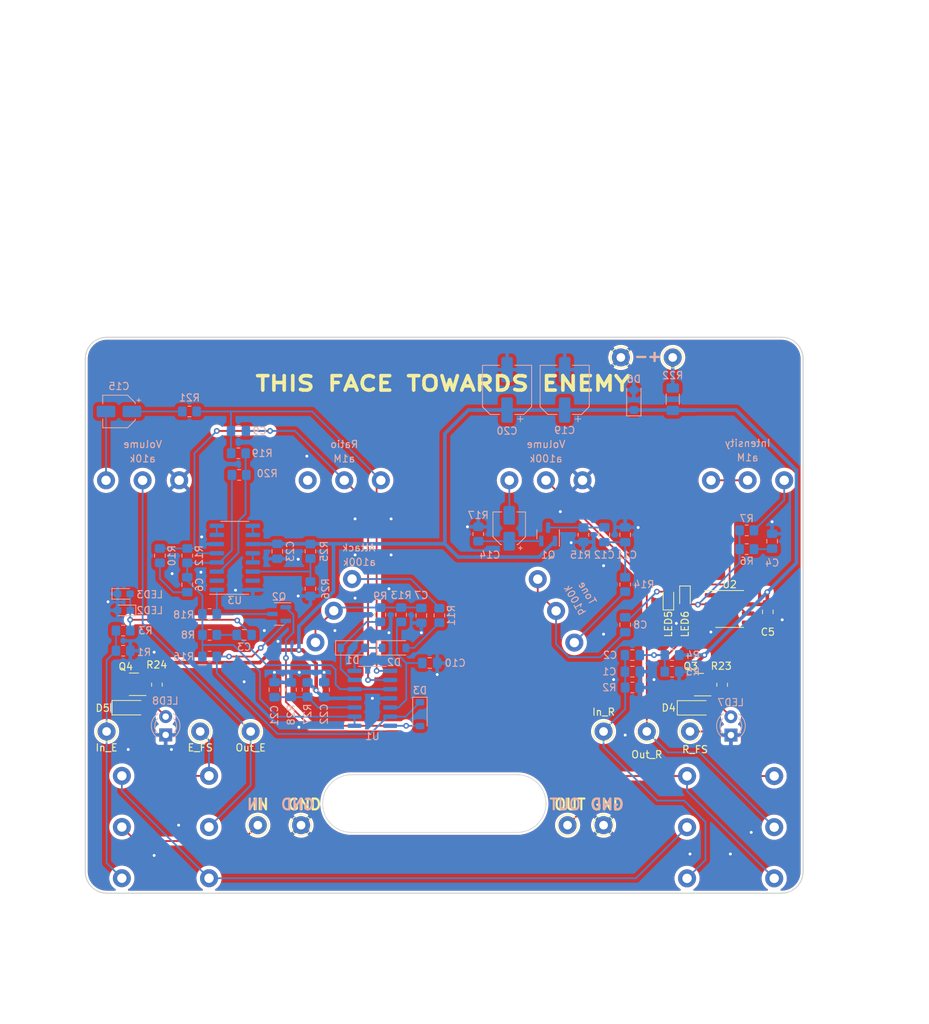
<source format=kicad_pcb>
(kicad_pcb (version 20221018) (generator pcbnew)
  (layers (0 "F.Cu" signal) (31 "B.Cu" signal) (34 "B.Paste" user) (35 "F.Paste" user) (36 "B.SilkS" user "B.Silkscreen") (37 "F.SilkS" user "F.Silkscreen") (38 "B.Mask" user) (39 "F.Mask" user) (44 "Edge.Cuts" user))
  (net 0 "")
  (net 1 "IN_red_pcb")
  (net 2 "GND")
  (net 3 "Net-(C7-Pad1)")
  (net 4 "Net-(C8-Pad1)")
  (net 5 "Net-(LED5-A)")
  (net 6 "Net-(U2-+)")
  (net 7 "Net-(U1C--)")
  (net 8 "Net-(C15-Pad2)")
  (net 9 "FS_red")
  (net 10 "FS_engi")
  (net 11 "IN_engi_pcb")
  (net 12 "Net-(R11-Pad2)")
  (net 13 "Net-(R14-Pad1)")
  (net 14 "OUT_red_pcb")
  (net 15 "OUT_engi_pcb")
  (net 16 "IN_red")
  (net 17 "OUT_red")
  (net 18 "IN_engi")
  (net 19 "Net-(C14-Pad2)")
  (net 20 "Net-(U1B-+)")
  (net 21 "Net-(C4-Pad1)")
  (net 22 "+9V")
  (net 23 "Net-(C6-Pad1)")
  (net 24 "+5V")
  (net 25 "Net-(U1D-+)")
  (net 26 "Net-(C11-Pad1)")
  (net 27 "Net-(Q1-G)")
  (net 28 "Net-(Q1-S)")
  (net 29 "Net-(C15-Pad1)")
  (net 30 "Net-(U1A-+)")
  (net 31 "Net-(D1-K)")
  (net 32 "Net-(D1-A)")
  (net 33 "Net-(D2-A)")
  (net 34 "Net-(D3-K)")
  (net 35 "Net-(D3-A)")
  (net 36 "Net-(LED5-K)")
  (net 37 "Net-(Q2-C)")
  (net 38 "Net-(Q3-S)")
  (net 39 "Net-(Q4-S)")
  (net 40 "Net-(U3C-+)")
  (net 41 "Net-(LED7-A)")
  (net 42 "Net-(LED8-A)")
  (net 43 "Net-(U3A-+)")
  (net 48 "Net-(U3-Pad7)")
  (net 49 "Net-(U3-Pad10)")
  (net 50 "Net-(U3A--)")
  (net 52 "Net-(LED2-K)")
  (net 53 "Net-(C9-Pad1)")
  (net 54 "Net-(R7-Pad1)")
  (net 56 "Net-(R22-Pad1)")
  (footprint "TestPoint:TestPoint_THTPad_D2.5mm_Drill1.2mm" (layer "F.Cu") (at 179 116)
    (fp_text reference "TP6" hide)
    (fp_text value "In_R")
  )
  (footprint "TestPoint:TestPoint_THTPad_D2.5mm_Drill1.2mm" (layer "F.Cu") (at 174 129)
    (fp_text reference "TP1" hide)
    (fp_text value "OUT")
  )
  (footprint "Resistor_SMD:R_0805_2012Metric_Pad1.20x1.40mm_HandSolder" (layer "F.Cu") (at 116.985 109.5 -90)
    (fp_text reference "R24")
    (fp_text value "4.7k")
  )
  (footprint "TestPoint:TestPoint_THTPad_D2.5mm_Drill1.2mm" (layer "F.Cu") (at 130 116)
    (fp_text reference "TP9" hide)
    (fp_text value "Out_E")
  )
  (footprint "Package_TO_SOT_SMD:SOT-23" (layer "F.Cu") (at 113.7975 109.45 180)
    (fp_text reference "Q4")
    (fp_text value "MMBF170")
  )
  (footprint "LED_SMD:LED_0603_1608Metric_Pad1.05x0.95mm_HandSolder" (layer "F.Cu") (at 188 97.475 90)
    (fp_text reference "LED5")
    (fp_text value "LED_Small")
  )
  (footprint "TestPoint:TestPoint_THTPad_D2.5mm_Drill1.2mm" (layer "F.Cu") (at 110 116)
    (fp_text reference "TP10" hide)
    (fp_text value "In_E")
  )
  (footprint "TestPoint:TestPoint_THTPad_D2.5mm_Drill1.2mm" (layer "F.Cu") (at 188.6 64.1 180)
    (fp_text reference "TP12" hide)
    (fp_text value "9V IN" hide)
  )
  (footprint "TestPoint:TestPoint_THTPad_D2.5mm_Drill1.2mm" (layer "F.Cu") (at 131 129)
    (fp_text reference "TP2" hide)
    (fp_text value "IN")
  )
  (footprint "LED_SMD:LED_0603_1608Metric_Pad1.05x0.95mm_HandSolder" (layer "F.Cu") (at 190.3 97.475 -90)
    (fp_text reference "LED6")
    (fp_text value "LED_Small")
  )
  (footprint "Package_SO:SO-8_3.9x4.9mm_P1.27mm" (layer "F.Cu") (at 196.5 99)
    (fp_text reference "U2")
    (fp_text value "LF351D")
  )
  (footprint "TestPoint:TestPoint_THTPad_D2.5mm_Drill1.2mm" (layer "F.Cu") (at 123 116)
    (fp_text reference "TP8" hide)
    (fp_text value "E_FS")
  )
  (footprint "TestPoint:TestPoint_THTPad_D2.5mm_Drill1.2mm" (layer "F.Cu") (at 185 116)
    (fp_text reference "TP5" hide)
    (fp_text value "Out_R")
  )
  (footprint "TestPoint:TestPoint_THTPad_D2.5mm_Drill1.2mm" (layer "F.Cu") (at 191 116)
    (fp_text reference "TP7" hide)
    (fp_text value "R_FS")
  )
  (footprint "Package_TO_SOT_SMD:SOT-23" (layer "F.Cu") (at 192.2375 109.5 180)
    (fp_text reference "Q3")
    (fp_text value "MMBF170")
  )
  (footprint "TestPoint:TestPoint_THTPad_D2.5mm_Drill1.2mm" (layer "F.Cu") (at 137 129)
    (fp_text reference "TP3" hide)
    (fp_text value "GND")
  )
  (footprint "TestPoint:TestPoint_THTPad_D2.5mm_Drill1.2mm" (layer "F.Cu") (at 179 129)
    (fp_text reference "TP4" hide)
    (fp_text value "GND")
  )
  (footprint "Diode_SMD:D_SOD-123" (layer "F.Cu") (at 113.11 112.7)
    (fp_text reference "D5")
    (fp_text value "1N4148W")
  )
  (footprint "Resistor_SMD:R_0805_2012Metric_Pad1.20x1.40mm_HandSolder" (layer "F.Cu") (at 195.465 109.52 -90)
    (fp_text reference "R23")
    (fp_text value "4.7k")
  )
  (footprint "Capacitor_SMD:C_0805_2012Metric_Pad1.18x1.45mm_HandSolder" (layer "F.Cu") (at 201.8 99.4 -90)
    (fp_text reference "C5")
    (fp_text value "10nF")
  )
  (footprint "Diode_SMD:D_SOD-123" (layer "F.Cu") (at 191.59 112.72)
    (fp_text reference "D4")
    (fp_text value "1N4148W")
  )
  (footprint "TestPoint:TestPoint_THTPad_D2.5mm_Drill1.2mm" (layer "F.Cu") (at 181.4 64.1 180)
    (fp_text reference "TP11" hide)
    (fp_text value "GND")
  )
  (footprint "Resistor_SMD:R_0805_2012Metric_Pad1.20x1.40mm_HandSolder" (layer "B.Cu") (at 137.9 110.2 -90)
    (fp_text reference "R27")
    (fp_text value "1M")
  )
  (footprint "LED_SMD:LED_0603_1608Metric_Pad1.05x0.95mm_HandSolder" (layer "B.Cu") (at 112.4 99.2 180)
    (fp_text reference "LED2")
    (fp_text value "LED_Small")
  )
  (footprint "Resistor_SMD:R_0805_2012Metric_Pad1.20x1.40mm_HandSolder" (layer "B.Cu") (at 188.5 105.4 180)
    (fp_text reference "R4")
    (fp_text value "470k")
  )
  (footprint "Resistor_SMD:R_1206_3216Metric_Pad1.30x1.75mm_HandSolder" (layer "B.Cu") (at 188.6 69.9 -90)
    (fp_text reference "R22")
    (fp_text value "39Ω")
  )
  (footprint "Capacitor_SMD:C_0805_2012Metric_Pad1.18x1.45mm_HandSolder" (layer "B.Cu") (at 183 105.4)
    (fp_text reference "C2")
    (fp_text value "47nF")
  )
  (footprint "Resistor_SMD:R_0805_2012Metric_Pad1.20x1.40mm_HandSolder" (layer "B.Cu") (at 198.877976 88.1 180)
    (fp_text reference "R7")
    (fp_text value "10k")
  )
  (footprint "Resistor_SMD:R_0805_2012Metric_Pad1.20x1.40mm_HandSolder" (layer "B.Cu") (at 117.4 91.6 90)
    (fp_text reference "R10")
    (fp_text value "10k")
  )
  (footprint "Capacitor_SMD:CP_Elec_6.3x5.4" (layer "B.Cu") (at 165.6 68.6 90)
    (fp_text reference "C20")
    (fp_text value "100uF")
  )
  (footprint "Resistor_SMD:R_0805_2012Metric_Pad1.20x1.40mm_HandSolder" (layer "B.Cu") (at 161.6 88.6 90)
    (fp_text reference "R17")
    (fp_text value "10k")
  )
  (footprint "Potentiometer_THT:UT right angle long pin" (layer "B.Cu") (at 171 81.15 180)
    (fp_text reference "Rv3" hide)
    (fp_text value "a100k")
  )
  (footprint "Resistor_SMD:R_0805_2012Metric_Pad1.20x1.40mm_HandSolder" (layer "B.Cu") (at 121.5 71.6 180)
    (fp_text reference "R21")
    (fp_text value "1k")
  )
  (footprint "Package_TO_SOT_SMD:SOT-23" (layer "B.Cu") (at 171.3 88.6375 90)
    (fp_text reference "Q1")
    (fp_text value "MMBF4393LT1G")
  )
  (footprint "Resistor_SMD:R_0805_2012Metric_Pad1.20x1.40mm_HandSolder" (layer "B.Cu") (at 124.3 102.6)
    (fp_text reference "R8")
    (fp_text value "1M")
  )
  (footprint "Resistor_SMD:R_0805_2012Metric_Pad1.20x1.40mm_HandSolder" (layer "B.Cu") (at 124.3 105.6)
    (fp_text reference "R16")
    (fp_text value "1k")
  )
  (footprint "Capacitor_SMD:C_0805_2012Metric_Pad1.18x1.45mm_HandSolder" (layer "B.Cu") (at 179.1 88.7 -90)
    (fp_text reference "C12")
    (fp_text value "100nF")
  )
  (footprint "Resistor_SMD:R_0805_2012Metric_Pad1.20x1.40mm_HandSolder" (layer "B.Cu") (at 198.877976 90.7)
    (fp_text reference "R6")
    (fp_text value "1.8k")
  )
  (footprint "Button_Switch_THT:Ural dpdt" (layer "B.Cu") (at 118.17 129.26)
    (fp_text reference "SW2" hide)
    (fp_text value "SW_DPDT_x2")
  )
  (footprint "Resistor_SMD:R_0805_2012Metric_Pad1.20x1.40mm_HandSolder" (layer "B.Cu") (at 121.2 91.6 90)
    (fp_text reference "R12")
    (fp_text value "10k")
  )
  (footprint "Diode_SMD:D_SOD-123F" (layer "B.Cu") (at 183.2 70 90)
    (fp_text reference "D6")
    (fp_text value "1N4001")
  )
  (footprint "Resistor_SMD:R_0805_2012Metric_Pad1.20x1.40mm_HandSolder" (layer "B.Cu") (at 183 109.9)
    (fp_text reference "R2")
    (fp_text value "1M")
  )
  (footprint "Package_SO:SO-14_3.9x8.65mm_P1.27mm" (layer "B.Cu") (at 146.9 111.4)
    (fp_text reference "U1")
    (fp_text value "TL074")
  )
  (footprint "Diode_SMD:D_SOD-123" (layer "B.Cu") (at 153.5 113.6 -90)
    (fp_text reference "D3")
    (fp_text value "1N4148W")
  )
  (footprint "Capacitor_SMD:C_0805_2012Metric_Pad1.18x1.45mm_HandSolder" (layer "B.Cu") (at 182 101.2 90)
    (fp_text reference "C8")
    (fp_text value "100nF")
  )
  (footprint "LED_THT:LED_D3.0mm" (layer "B.Cu") (at 118.2 116.475 90)
    (fp_text reference "LED8")
    (fp_text value "LED_Small")
  )
  (footprint "Resistor_SMD:R_0805_2012Metric_Pad1.20x1.40mm_HandSolder" (layer "B.Cu") (at 156.2 99.9 90)
    (fp_text reference "R11")
    (fp_text value "100Ω")
  )
  (footprint "Button_Switch_THT:Ural dpdt" (layer "B.Cu") (at 196.64 129.28)
    (fp_text reference "SW1" hide)
    (fp_text value "SW_DPDT_x2")
  )
  (footprint "Potentiometer_THT:UT right angle long pin" (layer "B.Cu") (at 115 81.15 180)
    (fp_text reference "Rv6" hide)
    (fp_text value "a10k")
  )
  (footprint "Capacitor_SMD:C_0805_2012Metric_Pad1.18x1.45mm_HandSolder" (layer "B.Cu") (at 183 107.7)
    (fp_text reference "C1")
    (fp_text value "1nF")
  )
  (footprint "Diode_SMD:D_SOD-123" (layer "B.Cu") (at 149.9 104.4)
    (fp_text reference "D2")
    (fp_text value "1N4148W")
  )
  (footprint "Diode_SMD:D_SOD-123" (layer "B.Cu") (at 144.15 104.4)
    (fp_text reference "D1")
    (fp_text value "1N4148W")
  )
  (footprint "Capacitor_SMD:CP_Elec_4x5.4" (layer "B.Cu") (at 165.9 87.8 90)
    (fp_text reference "C14")
    (fp_text value "10uF")
  )
  (footprint "Capacitor_SMD:CP_Elec_6.3x5.4" (layer "B.Cu") (at 173.6 68.6 90)
    (fp_text reference "C19")
    (fp_text value "100uF")
  )
  (footprint "Capacitor_SMD:C_0805_2012Metric_Pad1.18x1.45mm_HandSolder" (layer "B.Cu") (at 128.3 74.3)
    (fp_text reference "C9")
    (fp_text value "100pF")
  )
  (footprint "Potentiometer_THT:UT right angle long pin" (layer "B.Cu") (at 143 81.15 180)
    (fp_text reference "Rv5" hide)
    (fp_text value "a1M")
  )
  (footprint "Potentiometer_THT:UT right angle long pin" (layer "B.Cu") (at 141.538684 99.245294 -120)
    (fp_text reference "Rv4" hide)
    (fp_text value "a100k")
  )
  (footprint "Potentiometer_THT:UT right angle long pin" (layer "B.Cu") (at 172.401316 99.265294 120)
    (fp_text reference "Rv2" hide)
    (fp_text value "b100k")
  )
  (footprint "Resistor_SMD:R_0805_2012Metric_Pad1.20x1.40mm_HandSolder" (layer "B.Cu") (at 148 99.8 -90)
    (fp_text reference "R9")
    (fp_text value "470k")
  )
  (footprint "Resistor_SMD:R_0805_2012Metric_Pad1.20x1.40mm_HandSolder" (layer "B.Cu") (at 128.4 80.4)
    (fp_text reference "R20")
    (fp_text value "220Ω")
  )
  (footprint "LED_SMD:LED_0603_1608Metric_Pad1.05x0.95mm_HandSolder" (layer "B.Cu") (at 112.4 96.9)
    (fp_text reference "LED3")
    (fp_text value "LED_Small")
  )
  (footprint "Resistor_SMD:R_0805_2012Metric_Pad1.20x1.40mm_HandSolder" (layer "B.Cu") (at 138.3 91 -90)
    (fp_text reference "R25")
    (fp_text value "10k")
  )
  (footprint "Resistor_SMD:R_0805_2012Metric_Pad1.20x1.40mm_HandSolder" (layer "B.Cu") (at 176.2 88.7 -90)
    (fp_text reference "R15")
    (fp_text value "1M")
  )
  (footprint "Resistor_SMD:R_0805_2012Metric_Pad1.20x1.40mm_HandSolder" (layer "B.Cu") (at 138.3 96.2 -90)
    (fp_text reference "R26")
    (fp_text value "10k")
  )
  (footprint "Capacitor_SMD:C_0805_2012Metric_Pad1.18x1.45mm_HandSolder" (layer "B.Cu") (at 153.7 99.9 -90)
    (fp_text reference "C7")
    (fp_text value "1uF")
  )
  (footprint "Capacitor_SMD:C_0805_2012Metric_Pad1.18x1.45mm_HandSolder" (layer "B.Cu") (at 202.4 89.6 90)
    (fp_text reference "C4")
    (fp_text value "220nF")
  )
  (footprint "Resistor_SMD:R_0805_2012Metric_Pad1.20x1.40mm_HandSolder" (layer "B.Cu") (at 188.5 107.7)
    (fp_text reference "R5")
    (fp_text value "470k")
  )
  (footprint "Capacitor_SMD:C_0805_2012Metric_Pad1.18x1.45mm_HandSolder" (layer "B.Cu") (at 121.2 95.6375 90)
    (fp_text reference "C6")
    (fp_text value "4.7nF")
  )
  (footprint "LED_THT:LED_D3.0mm" (layer "B.Cu") (at 196.68 116.495 90)
    (fp_text reference "LED7")
    (fp_text value "LED_Small")
  )
  (footprint "Resistor_SMD:R_0805_2012Metric_Pad1.20x1.40mm_HandSolder" (layer "B.Cu") (at 112.3 102)
    (fp_text reference "R3")
    (fp_text value "1k")
  )
  (footprint "Capacitor_SMD:C_0805_2012Metric_Pad1.18x1.45mm_HandSolder" (layer "B.Cu") (at 140.2 110.2 90)
    (fp_text reference "C22")
    (fp_text value "10nF")
  )
  (footprint "Resistor_SMD:R_0805_2012Metric_Pad1.20x1.40mm_HandSolder" (layer "B.Cu") (at 112.3 104.8)
    (fp_text reference "R1")
    (fp_text value "1M")
  )
  (footprint "Resistor_SMD:R_0805_2012Metric_Pad1.20x1.40mm_HandSolder" (layer "B.Cu") (at 124.3 99.7)
    (fp_text reference "R18")
    (fp_text value "1M")
  )
  (footprint "Capacitor_SMD:C_0805_2012Metric_Pad1.18x1.45mm_HandSolder" (layer "B.Cu") (at 154.8625 106.5)
    (fp_text reference "C10")
    (fp_text value "1uF")
  )
  (footprint "Resistor_SMD:R_0805_2012Metric_Pad1.20x1.40mm_HandSolder" (layer "B.Cu") (at 128.3 77.4 180)
    (fp_text reference "R19")
    (fp_text value "10k")
  )
  (footprint "Capacitor_SMD:C_0805_2012Metric_Pad1.18x1.45mm_HandSolder" (layer "B.Cu") (at 133.3 110.2 -90)
    (fp_text reference "C21")
    (fp_text value "1uF")
  )
  (footprint "Capacitor_SMD:C_0805_2012Metric_Pad1.18x1.45mm_HandSolder" (layer "B.Cu") (at 129.1 102.6)
    (fp_text reference "C3")
    (fp_text value "10nF")
  )
  (footprint "Package_TO_SOT_SMD:SOT-23" (layer "B.Cu") (at 133.9375 99.7 180)
    (fp_text reference "Q2")
    (fp_text value "BC807")
  )
  (footprint "Resistor_SMD:R_0805_2012Metric_Pad1.20x1.40mm_HandSolder" (layer "B.Cu") (at 182 95.6 90)
    (fp_text reference "R14")
    (fp_text value "2.2k")
  )
  (footprint "Capacitor_SMD:CP_Elec_4x5.4" (layer "B.Cu") (at 111.72 71.6 180)
    (fp_text reference "C15")
    (fp_text value "10uF")
  )
  (footprint "Resistor_SMD:R_0805_2012Metric_Pad1.20x1.40mm_HandSolder" (layer "B.Cu") (at 135.6 110.2 90)
    (fp_text reference "R28")
    (fp_text value "1M")
  )
  (footprint "Package_SO:SOP-16_3.9x9.9mm_P1.27mm" (layer "B.Cu") (at 127.7975 91.905)
    (fp_text reference "U3")
    (fp_text value "LM13700")
  )
  (footprint "Capacitor_SMD:C_0805_2012Metric_Pad1.18x1.45mm_HandSolder" (layer "B.Cu") (at 133.7 91 -90)
    (fp_text reference "C23")
    (fp_text value "10nF")
  )
  (footprint "Resistor_SMD:R_0805_2012Metric_Pad1.20x1.40mm_HandSolder" (layer "B.Cu") (at 150.9 99.8 -90)
    (fp_text reference "R13")
    (fp_text value "1k")
  )
  (footprint "Potentiometer_THT:UT right angle long pin" (layer "B.Cu") (at 199 81.15 180)
    (fp_text reference "Rv1" hide)
    (fp_text value "a1M")
  )
  (footprint "Capacitor_SMD:C_0805_2012Metric_Pad1.18x1.45mm_HandSolder" (layer "B.Cu") (at 182 88.7 90)
    (fp_text reference "C11")
    (fp_text value "3.3nF")
  )
  (gr_line (start 110.04 138.44) (end 203.7 138.44) (stroke (width 0.15)) (layer "Edge.Cuts"))
  (gr_line (start 167 130) (end 144 130) (stroke (width 0.1)) (layer "Edge.Cuts"))
  (gr_arc (start 107.04 64.3) (mid 107.91868 62.17868) (end 110.04 61.3) (stroke (width 0.15)) (layer "Edge.Cuts"))
  (gr_line (start 203.7 61.3) (end 110.04 61.3) (stroke (width 0.15)) (layer "Edge.Cuts"))
  (gr_line (start 107.04 64.3) (end 107.04 135.44) (stroke (width 0.15)) (layer "Edge.Cuts"))
  (gr_line (start 140 126) (end 140 126) (stroke (width 0.1)) (layer "Edge.Cuts"))
  (gr_arc (start 203.7 61.3) (mid 205.82132 62.17868) (end 206.7 64.3) (stroke (width 0.15)) (layer "Edge.Cuts"))
  (gr_arc (start 110.04 138.44) (mid 107.91868 137.56132) (end 107.04 135.44) (stroke (width 0.15)) (layer "Edge.Cuts"))
  (gr_arc (start 144 130) (mid 141.171573 128.828427) (end 140 126) (stroke (width 0.1)) (layer "Edge.Cuts"))
  (gr_line (start 144 122) (end 167 122) (stroke (width 0.1)) (layer "Edge.Cuts"))
  (gr_line (start 171 126) (end 171 126) (stroke (width 0.1)) (layer "Edge.Cuts"))
  (gr_line (start 206.7 135.44) (end 206.7 64.3) (stroke (width 0.15)) (layer "Edge.Cuts"))
  (gr_arc (start 206.7 135.44) (mid 205.82132 137.56132) (end 203.7 138.44) (stroke (width 0.15)) (layer "Edge.Cuts"))
  (gr_arc (start 140 126) (mid 141.171573 123.171573) (end 144 122) (stroke (width 0.1)) (layer "Edge.Cuts"))
  (gr_arc (start 171 126) (mid 169.828427 128.828427) (end 167 130) (stroke (width 0.1)) (layer "Edge.Cuts"))
  (gr_arc (start 167 122) (mid 169.828427 123.171573) (end 171 126) (stroke (width 0.1)) (layer "Edge.Cuts"))
  (gr_text "GND" (at 182 127) (layer "B.SilkS") (effects (font (size 1.5 1.5) (thickness 0.3) bold) (justify left bottom mirror)))
  (gr_text "-+" (at 183.1 64.8) (layer "B.SilkS") (effects (font (size 1.5 1.5) (thickness 0.3) bold) (justify left bottom)))
  (gr_text "IN" (at 132 127) (layer "B.SilkS") (effects (font (size 1.5 1.5) (thickness 0.3) bold) (justify left bottom mirror)))
  (gr_text "OUT" (at 176 127) (layer "B.SilkS") (effects (font (size 1.5 1.5) (thickness 0.3) bold) (justify left bottom mirror)))
  (gr_text "GND" (at 139 127) (layer "B.SilkS") (effects (font (size 1.5 1.5) (thickness 0.3) bold) (justify left bottom mirror)))
  (gr_text "-+" (at 183.1 64.8) (layer "F.SilkS") (effects (font (size 1.5 1.5) (thickness 0.3) bold) (justify left bottom)))
  (gr_text "THIS FACE TOWARDS ENEMY" (at 130.4 68.9) (layer "F.SilkS") (effects (font (size 2 2.5) (thickness 0.5) bold) (justify left bottom)))
  (gr_text "OUT" (at 172 127) (layer "F.SilkS") (effects (font (size 1.5 1.5) (thickness 0.3) bold) (justify left bottom)))
  (gr_text "GND" (at 177 127) (layer "F.SilkS") (effects (font (size 1.5 1.5) (thickness 0.3) bold) (justify left bottom)))
  (gr_text "" (at 188.18 115.92) (layer "F.SilkS") (effects (font (size 1.27 1.27))))
  (gr_text "" (at 188.18 115.92) (layer "F.SilkS") (effects (font (size 1.27 1.27))))
  (gr_text "IN" (at 130 127) (layer "F.SilkS") (effects (font (size 1.5 1.5) (thickness 0.3) bold) (justify left bottom)))
  (gr_text "GND" (at 135 127) (layer "F.SilkS") (effects (font (size 1.5 1.5) (thickness 0.3) bold) (justify left bottom)))
  (segment (start 179 115.9) (end 179 116) (width 0.25) (layer "B.Cu") (net 1))
  (segment (start 193.15 133.82) (end 190.59 136.38) (width 0.25) (layer "B.Cu") (net 1))
  (segment (start 182 112.9) (end 179 115.9) (width 0.25) (layer "B.Cu") (net 1))
  (segment (start 179 118.15) (end 186.45 125.6) (width 0.25) (layer "B.Cu") (net 1))
  (segment (start 186.45 125.6) (end 190.2 125.6) (width 0.25) (layer "B.Cu") (net 1))
  (segment (start 182 105.4375) (end 181.9625 105.4) (width 0.25) (layer "B.Cu") (net 1))
  (segment (start 179 116) (end 179 118.15) (width 0.25) (layer "B.Cu") (net 1))
  (segment (start 193.15 128.55) (end 193.15 133.82) (width 0.25) (layer "B.Cu") (net 1))
  (segment (start 182 109.9) (end 182 105.4375) (width 0.25) (layer "B.Cu") (net 1))
  (segment (start 190.2 125.6) (end 193.15 128.55) (width 0.25) (layer "B.Cu") (net 1))
  (segment (start 182 109.9) (end 182 112.9) (width 0.25) (layer "B.Cu") (net 1))
  (via (at 144.5 86.5) (size 0.8) (drill 0.4) (layers "F.Cu" "B.Cu") (net 2))
  (via (at 136.7 115.4) (size 0.8) (drill 0.4) (layers "F.Cu" "B.Cu") (net 2))
  (via (at 173 85.5) (size 0.8) (drill 0.4) (layers "F.Cu" "B.Cu") (net 2))
  (via (at 199.5 130) (size 0.8) (drill 0.4) (layers "F.Cu" "B.Cu") (net 2))
  (via (at 113 118.5) (size 0.8) (drill 0.4) (layers "F.Cu" "B.Cu") (net 2))
  (via (at 116.6 133.2) (size 0.8) (drill 0.4) (layers "F.Cu" "B.Cu") (net 2))
  (via (at 183.8 87.7) (size 0.8) (drill 0.4) (layers "F.Cu" "B.Cu") (net 2))
  (via (at 149.2 96.2) (size 0.8) (drill 0.4) (layers "F.Cu" "B.Cu") (net 2))
  (via (at 149.2 102.3) (size 0.8) (drill 0.4) (layers "F.Cu" "B.Cu") (net 2))
  (via (at 110.2 98) (size 0.8) (drill 0.4) (layers "F.Cu" "B.Cu") (net 2))
  (via (at 149.5 91.5) (size 0.8) (drill 0.4) (layers "F.Cu" "B.Cu") (net 2))
  (via (at 144.5 97.5) (size 0.8) (drill 0.4) (layers "F.Cu" "B.Cu") (net 2))
  (via (at 140.2 107.8) (size 0.8) (drill 0.4) (layers "F.Cu" "B.Cu") (net 2))
  (via (at 193.9 102.2) (size 0.8) (drill 0.4) (layers "F.Cu" "B.Cu") (net 2))
  (via (at 144.5 91.5) (size 0.8) (drill 0.4) (layers "F.Cu" "B.Cu") (net 2))
  (via (at 123.1 93.9) (size 0.8) (drill 0.4) (layers "F.Cu" "B.Cu") (net 2))
  (via (at 189.1 101) (size 0.8) (drill 0.4) (layers "F.Cu" "B.Cu") (net 2))
  (via (at 146.9 111.4) (size 0.8) (drill 0.4) (layers "F.Cu" "B.Cu") (net 2))
  (via (at 180.4 108.8) (size 0.8) (drill 0.4) (layers "F.Cu" "B.Cu") (net 2))
  (via (at 160.1 87.6) (size 0.8) (drill 0.4) (layers "F.Cu" "B.Cu") (net 2))
  (via (at 133.3 107.8) (size 0.8) (drill 0.4) (layers "F.Cu" "B.Cu") (net 2))
  (via (at 136.6 92.1) (size 0.8) (drill 0.4) (layers "F.Cu" "B.Cu") (net 2))
  (via (at 137.8 77.8) (size 0.8) (drill 0.4) (layers "F.Cu" "B.Cu") (net 2))
  (via (at 120 129) (size 0.8) (drill 0.4) (layers "F.Cu" "B.Cu") (net 2))
  (via (at 116.6 105) (size 0.8) (drill 0.4) (layers "F.Cu" "B.Cu") (net 2))
  (via (at 182 116.5) (size 0.8) (drill 0.4) (layers "F.Cu" "B.Cu") (net 2))
  (via (at 119.1 94.1) (size 0.8) (drill 0.4) (layers "F.Cu" "B.Cu") (net 2))
  (via (at 136.6 97.2) (size 0.8) (drill 0.4) (layers "F.Cu" "B.Cu") (net 2))
  (via (at 131.9 102) (size 0.8) (drill 0.4) (layers "F.Cu" "B.Cu") (net 2))
  (via (at 203.8 100.5) (size 0.8) (drill 0.4) (layers "F.Cu" "B.Cu") (net 2))
  (via (at 155.9 108.1) (size 0.8) (drill 0.4) (layers "F.Cu" "B.Cu") (net 2))
  (via (at 174.5 89.8) (size 0.8) (drill 0.4) (layers "F.Cu" "B.Cu") (net 2))
  (via (at 202.4 86.9) (size 0.8) (drill 0.4) (layers "F.Cu" "B.Cu") (net 2))
  (via (at 196.6 133) (size 0.8) (drill 0.4) (layers "F.Cu" "B.Cu") (net 2))
  (via (at 133.8 103.5) (size 0.8) (drill 0.4) (layers "F.Cu" "B.Cu") (net 2))
  (via (at 127.9 96.4) (size 0.8) (drill 0.4) (layers "F.Cu" "B.Cu") (net 2))
  (via (at 129.1 109.1) (size 0.8) (drill 0.4) (layers "F.Cu" "B.Cu") (net 2))
  (via (at 141.7 102) (size 0.8) (drill 0.4) (layers "F.Cu" "B.Cu") (net 2))
  (via (at 186 108.8) (size 0.8) (drill 0.4) (layers "F.Cu" "B.Cu") (net 2))
  (via (at 179 93) (size 0.8) (drill 0.4) (layers "F.Cu" "B.Cu") (net 2))
  (via (at 136.75 107.8) (size 0.8) (drill 0.4) (layers "F.Cu" "B.Cu") (net 2))
  (via (at 179 102.5) (size 0.8) (drill 0.4) (layers "F.Cu" "B.Cu") (net 2))
  (via (at 153.7 102.3) (size 0.8) (drill 0.4) (layers "F.Cu" "B.Cu") (net 2))
  (via (at 191 133) (size 0.8) (drill 0.4) (layers "F.Cu" "B.Cu") (net 2))
  (via (at 123.2 89) (size 0.8) (drill 0.4) (layers "F.Cu" "B.Cu") (net 2))
  (via (at 149.5 86.5) (size 0.8) (drill 0.4) (layers "F.Cu" "B.Cu") (net 2))
  (via (at 119 118.5) (size 0.8) (drill 0.4) (layers "F.Cu" "B.Cu") (net 2))
  (segment (start 138.998684 103.644703) (end 138.998684 101.785294) (width 0.25) (layer "F.Cu") (net 3))
  (segment (start 138.998684 101.785294) (end 141.538684 99.245294) (width 0.25) (layer "F.Cu") (net 3))
  (segment (start 141.983978 98.8) (end 141.538684 99.245294) (width 0.25) (layer "B.Cu") (net 3))
  (segment (start 153.7 98.8) (end 148 98.8) (width 0.25) (layer "B.Cu") (net 3))
  (segment (start 148 98.8) (end 141.983978 98.8) (width 0.25) (layer "B.Cu") (net 3))
  (segment (start 169.861316 94.865885) (end 169.861316 96.725294) (width 0.25) (layer "F.Cu") (net 4))
  (segment (start 169.861316 96.725294) (end 172.401316 99.265294) (width 0.25) (layer "F.Cu") (net 4))
  (segment (start 172.401316 103.901316) (end 172.401316 99.265294) (width 0.25) (layer "B.Cu") (net 4))
  (segment (start 182 102.2375) (end 178.5375 105.7) (width 0.25) (layer "B.Cu") (net 4))
  (segment (start 178.5375 105.7) (end 174.2 105.7) (width 0.25) (layer "B.Cu") (net 4))
  (segment (start 174.2 105.7) (end 172.401316 103.901316) (width 0.25) (layer "B.Cu") (net 4))
  (segment (start 196.5 97.336751) (end 196.5 95.6) (width 0.25) (layer "F.Cu") (net 5))
  (segment (start 186.4 96.6) (end 188 96.6) (width 0.25) (layer "F.Cu") (net 5))
  (segment (start 196.5 95.6) (end 196.5 81.15) (width 0.25) (layer "F.Cu") (net 5))
  (segment (start 191.3 95.6) (end 196.5 95.6) (width 0.25) (layer "F.Cu") (net 5))
  (segment (start 193.92 81.15) (end 196.5 81.15) (width 0.25) (layer "F.Cu") (net 5))
  (segment (start 190.3 96.6) (end 191.3 95.6) (width 0.25) (layer "F.Cu") (net 5))
  (segment (start 198.798249 99.635) (end 196.5 97.336751) (width 0.25) (layer "F.Cu") (net 5))
  (segment (start 199.075 99.635) (end 198.798249 99.635) (width 0.25) (layer "F.Cu") (net 5))
  (segment (start 188 96.6) (end 190.3 96.6) (width 0.25) (layer "F.Cu") (net 5))
  (segment (start 196.5 81.15) (end 199 81.15) (width 0.25) (layer "F.Cu") (net 5))
  (via (at 186.4 96.6) (size 0.8) (drill 0.4) (layers "F.Cu" "B.Cu") (net 5))
  (segment (start 182 100.1625) (end 182.8375 100.1625) (width 0.25) (layer "B.Cu") (net 5))
  (segment (start 182.8375 100.1625) (end 186.4 96.6) (width 0.25) (layer "B.Cu") (net 5))
  (segment (start 193.648249 99.635) (end 187.883249 105.4) (width 0.25) (layer "F.Cu") (net 6))
  (segment (start 193.925 99.635) (end 193.648249 99.635) (width 0.25) (layer "F.Cu") (net 6))
  (segment (start 187.883249 105.4) (end 186 105.4) (width 0.25) (layer "F.Cu") (net 6))
  (via (at 186 105.4) (size 0.8) (drill 0.4) (layers "F.Cu" "B.Cu") (net 6))
  (segment (start 186 105.4) (end 187.5 105.4) (width 0.25) (layer "B.Cu") (net 6))
  (segment (start 184.0375 105.4) (end 186 105.4) (width 0.25) (layer "B.Cu") (net 6))
  (segment (start 187.5 107.7) (end 187.5 105.4) (width 0.25) (layer "B.Cu") (net 6))
  (segment (start 125.3 74.3) (end 132.7 74.3) (width 0.25) (layer "F.Cu") (net 7))
  (segment (start 146.3 84.45) (end 143 81.15) (width 0.25) (layer "F.Cu") (net 7))
  (segment (start 146.3 108.86) (end 146.3 84.45) (width 0.25) (layer "F.Cu") (net 7))
  (via (at 125.3 74.3) (size 0.8) (drill 0.4) (layers "F.Cu" "B.Cu") (net 7))
  (via (at 132.7 74.3) (size 0.8) (drill 0.4) (layers "F.Cu" "B.Cu") (net 7))
  (via (at 146.3 108.86) (size 0.8) (drill 0.4) (layers "F.Cu" "B.Cu") (net 7))
  (segment (start 121.2 90.6) (end 122.2 90.6) (width 0.25) (layer "B.Cu") (net 7))
  (segment (start 136.15 74.3) (end 143 81.15) (width 0.25) (layer "B.Cu") (net 7))
  (segment (start 149.375 108.86) (end 146.3 108.86) (width 0.25) (layer "B.Cu") (net 7))
  (segment (start 122.2 90.6) (end 122.87 91.27) (width 0.25) (layer "B.Cu") (net 7))
  (segment (start 132.7 74.3) (end 136.15 74.3) (width 0.25) (layer "B.Cu") (net 7))
  (segment (start 117.4 90.6) (end 121.2 90.6) (width 0.25) (layer "B.Cu") (net 7))
  (segment (start 122.2 77.4) (end 125.3 74.3) (width 0.25) (layer "B.Cu") (net 7))
  (segment (start 129.3375 74.3) (end 132.7 74.3) (width 0.25) (layer "B.Cu") (net 7))
  (segment (start 122.2 90.6) (end 122.2 77.4) (width 0.25) (layer "B.Cu") (net 7))
  (segment (start 122.87 91.27) (end 125.2975 91.27) (width 0.25) (layer "B.Cu") (net 7))
  (segment (start 109.92 81.15) (end 109.92 71.6) (width 0.25) (layer "B.Cu") (net 8))
  (segment (start 193.576306 116.323694) (end 199.432613 122.18) (width 0.25) (layer "F.Cu") (net 9))
  (segment (start 191 116) (end 193.252612 116) (width 0.25) (layer "F.Cu") (net 9))
  (segment (start 193.252612 116) (end 193.326306 116.073694) (width 0.25) (layer "F.Cu") (net 9))
  (segment (start 199.432613 122.18) (end 202.69 122.18) (width 0.25) (layer "F.Cu") (net 9))
  (segment (start 193.3 110.575) (end 193.3 116.047388) (width 0.25) (layer "F.Cu") (net 9))
  (segment (start 193.326306 116.073694) (end 193.576306 116.323694) (width 0.25) (layer "F.Cu") (net 9))
  (segment (start 193.24 115.987387) (end 193.326306 116.073694) (width 0.25) (layer "F.Cu") (net 9))
  (segment (start 193.3 116.047388) (end 193.576306 116.323694) (width 0.25) (layer "F.Cu") (net 9))
  (segment (start 193.175 110.45) (end 193.3 110.575) (width 0.25) (layer "F.Cu") (net 9))
  (segment (start 114.76 116.99) (end 119.93 122.16) (width 0.25) (layer "F.Cu") (net 10))
  (segment (start 114.76 110.425) (end 114.735 110.4) (width 0.25) (layer "F.Cu") (net 10))
  (segment (start 114.76 116.99) (end 114.76 115.9) (width 0.25) (layer "F.Cu") (net 10))
  (segment (start 119.93 122.16) (end 124.22 122.16) (width 0.25) (layer "F.Cu") (net 10))
  (segment (start 114.76 112.7) (end 114.76 110.425) (width 0.25) (layer "F.Cu") (net 10))
  (segment (start 114.76 115.9) (end 114.76 112.7) (width 0.25) (layer "F.Cu") (net 10))
  (segment (start 124.22 122.16) (end 124.22 117.22) (width 0.25) (layer "B.Cu") (net 10))
  (segment (start 124.22 117.22) (end 123 116) (width 0.25) (layer "B.Cu") (net 10))
  (segment (start 110 106.1) (end 110 116) (width 0.25) (layer "B.Cu") (net 11))
  (segment (start 112.12 136.36) (end 110 134.24) (width 0.25) (layer "B.Cu") (net 11))
  (segment (start 110 134.24) (end 110 116) (width 0.25) (layer "B.Cu") (net 11))
  (segment (start 111.3 104.8) (end 111.3 102) (width 0.25) (layer "B.Cu") (net 11))
  (segment (start 111.3 104.8) (end 110 106.1) (width 0.25) (layer "B.Cu") (net 11))
  (segment (start 156.2 98.8) (end 152.245885 94.845885) (width 0.25) (layer "B.Cu") (net 12))
  (segment (start 152.245885 94.845885) (end 144.078684 94.845885) (width 0.25) (layer "B.Cu") (net 12))
  (segment (start 182 96.606019) (end 182 96.6) (width 0.25) (layer "B.Cu") (net 13))
  (segment (start 174.941316 103.664703) (end 182 96.606019) (width 0.25) (layer "B.Cu") (net 13))
  (segment (start 171 81.15) (end 185 95.15) (width 0.25) (layer "F.Cu") (net 14))
  (segment (start 185 95.15) (end 185 116) (width 0.25) (layer "F.Cu") (net 14))
  (segment (start 192.31 118.9) (end 202.69 129.28) (width 0.25) (layer "B.Cu") (net 14))
  (segment (start 185 116) (end 187.9 118.9) (width 0.25) (layer "B.Cu") (net 14))
  (segment (start 187.9 118.9) (end 192.31 118.9) (width 0.25) (layer "B.Cu") (net 14))
  (segment (start 124.22 129.26) (end 130 123.48) (width 0.25) (layer "B.Cu") (net 15))
  (segment (start 115 81.15) (end 115 101) (width 0.25) (layer "B.Cu") (net 15))
  (segment (start 115 101) (end 130 116) (width 0.25) (layer "B.Cu") (net 15))
  (segment (start 130 123.48) (end 130 116) (width 0.25) (layer "B.Cu") (net 15))
  (segment (start 183.51 136.36) (end 190.59 129.28) (width 0.25) (layer "B.Cu") (net 16))
  (segment (start 124.22 136.36) (end 183.51 136.36) (width 0.25) (layer "B.Cu") (net 16))
  (segment (start 112.12 124.26) (end 124.22 136.36) (width 0.25) (layer "B.Cu") (net 16))
  (segment (start 112.12 122.16) (end 112.12 124.26) (width 0.25) (layer "B.Cu") (net 16))
  (segment (start 190.59 122.18) (end 180.82 122.18) (width 0.25) (layer "F.Cu") (net 17))
  (segment (start 180.82 122.18) (end 174 129) (width 0.25) (layer "F.Cu") (net 17))
  (segment (start 190.59 124.28) (end 202.69 136.38) (width 0.25) (layer "B.Cu") (net 17))
  (segment (start 190.59 122.18) (end 190.59 124.28) (width 0.25) (layer "B.Cu") (net 17))
  (segment (start 112.12 129.26) (end 114.06 131.2) (width 0.25) (layer "F.Cu") (net 18))
  (segment (start 128.8 131.2) (end 131 129) (width 0.25) (layer "F.Cu") (net 18))
  (segment (start 114.06 131.2) (end 128.8 131.2) (width 0.25) (layer "F.Cu") (net 18))
  (segment (start 165.92 85.98) (end 165.92 81.15) (width 0.25) (layer "B.Cu") (net 19))
  (segment (start 165.9 86) (end 165.92 85.98) (width 0.25) (layer "B.Cu") (net 19))
  (segment (start 132.2625 106.8) (end 141.2 106.8) (width 0.25) (layer "B.Cu") (net 20))
  (segment (start 128.0625 102.6) (end 125.3 102.6) (width 0.25) (layer "B.Cu") (net 20))
  (segment (start 128.0625 102.6) (end 132.2625 106.8) (width 0.25) (layer "B.Cu") (net 20))
  (segment (start 141.2 106.8) (end 141.8 107.4) (width 0.25) (layer "B.Cu") (net 20))
  (segment (start 141.8 109.5) (end 142.43 110.13) (width 0.25) (layer "B.Cu") (net 20))
  (segment (start 144.425 110.13) (end 149.375 110.13) (width 0.25) (layer "B.Cu") (net 20))
  (segment (start 141.8 107.4) (end 141.8 109.5) (width 0.25) (layer "B.Cu") (net 20))
  (segment (start 142.43 110.13) (end 144.425 110.13) (width 0.25) (layer "B.Cu") (net 20))
  (segment (start 202.4 90.7) (end 199.877976 90.7) (width 0.25) (layer "B.Cu") (net 21))
  (segment (start 112.86 108.788972) (end 112.86 109.45) (width 0.5) (layer "F.Cu") (net 22))
  (segment (start 137.2 104.7) (end 136.7 104.7) (width 0.5) (layer "F.Cu") (net 22))
  (segment (start 191.3 109.5) (end 191.3 107.102082) (width 0.5) (layer "F.Cu") (net 22))
  (segment (start 115.198972 106.45) (end 112.86 108.788972) (width 0.5) (layer "F.Cu") (net 22))
  (segment (start 191.3 111.36) (end 189.94 112.72) (width 0.5) (layer "F.Cu") (net 22))
  (segment (start 139.1 106.6) (end 137.2 104.7) (width 0.5) (layer "F.Cu") (net 22))
  (segment (start 191.3 109.5) (end 191.3 111.36) (width 0.5) (layer "F.Cu") (net 22))
  (segment (start 191.3 107.102082) (end 193.002082 105.4) (width 0.5) (layer "F.Cu") (net 22))
  (segment (start 139.1 110.3) (end 139.1 106.6) (width 0.5) (layer "F.Cu") (net 22))
  (segment (start 201.735 96.665) (end 201.735 98.3625) (width 0.5) (layer "F.Cu") (net 22))
  (segment (start 131.25 106.45) (end 115.198972 106.45) (width 0.5) (layer "F.Cu") (net 22))
  (segment (start 199.0775 98.3625) (end 199.075 98.365) (width 0.5) (layer "F.Cu") (net 22))
  (segment (start 111.46 110.85) (end 112.86 109.45) (width 0.5) (layer "F.Cu") (net 22))
  (segment (start 201.735 98.3625) (end 199.0775 98.3625) (width 0.5) (layer "F.Cu") (net 22))
  (segment (start 133 104.7) (end 131.25 106.45) (width 0.5) (layer "F.Cu") (net 22))
  (segment (start 111.46 112.7) (end 111.46 110.85) (width 0.5) (layer "F.Cu") (net 22))
  (segment (start 136.7 104.7) (end 133 104.7) (width 0.5) (layer "F.Cu") (net 22))
  (via (at 201.735 96.665) (size 0.8) (drill 0.4) (layers "F.Cu" "B.Cu") (net 22))
  (via (at 139.1 110.3) (size 0.8) (drill 0.4) (layers "F.Cu" "B.Cu") (net 22))
  (via (at 193.002082 105.4) (size 0.8) (drill 0.4) (layers "F.Cu" "B.Cu") (net 22))
  (via (at 136.7 104.7) (size 0.8) (drill 0.4) (layers "F.Cu" "B.Cu") (net 22))
  (segment (start 191.8 71.4) (end 191.75 71.45) (width 0.5) (layer "B.Cu") (net 22))
  (segment (start 140.2 111.4) (end 144.425 111.4) (width 0.5) (layer "B.Cu") (net 22))
  (segment (start 156.9625 89.9625) (end 158.8 91.8) (width 0.5) (layer "B.Cu") (net 22))
  (segment (start 205.78 79.78) (end 205.78 92.622082) (width 0.5) (layer "B.Cu") (net 22))
  (segment (start 130.2975 90) (end 133.6625 90) (width 0.5) (layer "B.Cu") (net 22))
  (segment (start 191.8 71.4) (end 197.4 71.4) (width 0.5) (layer "B.Cu") (net 22))
  (segment (start 141.5 89.9625) (end 156.9625 89.9625) (width 0.5) (layer "B.Cu") (net 22))
  (segment (start 205.78 92.622082) (end 193.002082 105.4) (width 0.5) (layer "B.Cu") (net 22))
  (segment (start 160.234164 71.4) (end 156.9625 74.671664) (width 0.5) (layer "B.Cu") (net 22))
  (segment (start 156.9625 74.671664) (end 156.9625 89.9625) (width 0.5) (layer "B.Cu") (net 22))
  (segment (start 138.3 89.9625) (end 141.5 89.9625) (width 0.5) (layer "B.Cu") (net 22))
  (segment (start 133.6625 90) (end 133.7 89.9625) (width 0.5) (layer "B.Cu") (net 22))
  (segment (start 158.8 91.8) (end 170.025 91.8) (width 0.5) (layer "B.Cu") (net 22))
  (segment (start 137.9 109.2) (end 138 109.2) (width 0.5) (layer "B.Cu") (net 22))
  (segment (start 170.025 91.8) (end 172.25 89.575) (width 0.5) (layer "B.Cu") (net 22))
  (segment (start 184.2 71.4) (end 191.8 71.4) (width 0.5) (layer "B.Cu") (net 22))
  (segment (start 141.5 96.6) (end 141.5 89.9625) (width 0.5) (layer "B.Cu") (net 22))
  (segment (start 191.75 71.45) (end 188.6 71.45) (width 0.5) (layer "B.Cu") (net 22))
  (segment (start 136.7 101.4) (end 136.7 104.7) (width 0.5) (layer "B.Cu") (net 22))
  (segment (start 138 109.2) (end 140.2 111.4) (width 0.5) (layer "B.Cu") (net 22))
  (segment (start 193.002082 105.4) (end 189.5 105.4) (width 0.5) (layer "B.Cu") (net 22))
  (segment (start 160.234164 71.4) (end 161.4 71.4) (width 0.5) (layer "B.Cu") (net 22))
  (segment (start 141.5 96.6) (end 136.7 101.4) (width 0.5) (layer "B.Cu") (net 22))
  (segment (start 177.8 71.4) (end 184.2 71.4) (width 0.5) (layer "B.Cu") (net 22))
  (segment (start 133.7 89.9625) (end 138.3 89.9625) (width 0.5) (layer "B.Cu") (net 22))
  (segment (start 183.2 71.4) (end 184.2 71.4) (width 0.5) (layer "B.Cu") (net 22))
  (segment (start 161.4 71.4) (end 177.8 71.4) (width 0.5) (layer "B.Cu") (net 22))
  (segment (start 197.4 71.4) (end 205.78 79.78) (width 0.5) (layer "B.Cu") (net 22))
  (segment (start 161.4 71.4) (end 165.6 71.4) (width 0.5) (layer "B.Cu") (net 22))
  (segment (start 119.275 96.675) (end 121.2 96.675) (width 0.25) (layer "B.Cu") (net 23))
  (segment (start 117.4 94.8) (end 119.275 96.675) (width 0.25) (layer "B.Cu") (net 23))
  (segment (start 117.4 92.6) (end 117.4 94.8) (width 0.25) (layer "B.Cu") (net 23))
  (segment (start 125.2375 92.6) (end 125.2975 92.54) (width 0.25) (layer "B.Cu") (net 24))
  (segment (start 133.74 113.94) (end 131.3 111.5) (width 0.25) (layer "B.Cu") (net 24))
  (segment (start 123.3 105.6) (end 123.3 104) (width 0.25) (layer "B.Cu") (net 24))
  (segment (start 121.2 94.6) (end 121.2 95.049327) (width 0.25) (layer "B.Cu") (net 24))
  (segment (start 125.2975 92.54) (end 125.699251 92.54) (width 0.25) (layer "B.Cu") (net 24))
  (segment (start 123.3 104) (end 123.3 99.7) (width 0.25) (layer "B.Cu") (net 24))
  (segment (start 144.425 115.21) (end 144.425 113.94) (width 0.25) (layer "B.Cu") (net 24))
  (segment (start 121.2 95.049327) (end 123.3 97.149327) (width 0.25) (layer "B.Cu") (net 24))
  (segment (start 121.2 92.6) (end 125.2375 92.6) (width 0.25) (layer "B.Cu") (net 24))
  (segment (start 127.4 90.839251) (end 127.4 80.4) (width 0.25) (layer "B.Cu") (net 24))
  (segment (start 125.699251 92.54) (end 127.4 90.839251) (width 0.25) (layer "B.Cu") (net 24))
  (segment (start 131.3 111.5) (end 131.3 107.7) (width 0.25) (layer "B.Cu") (net 24))
  (segment (start 127.6 104) (end 123.3 104) (width 0.25) (layer "B.Cu") (net 24))
  (segment (start 123.3 97.149327) (end 123.3 99.7) (width 0.25) (layer "B.Cu") (net 24))
  (segment (start 131.3 107.7) (end 127.6 104) (width 0.25) (layer "B.Cu") (net 24))
  (segment (start 121.2 94.6) (end 121.2 92.6) (width 0.25) (layer "B.Cu") (net 24))
  (segment (start 144.425 113.94) (end 133.74 113.94) (width 0.25) (layer "B.Cu") (net 24))
  (segment (start 153.825 106.5) (end 151.6 106.5) (width 0.25) (layer "B.Cu") (net 25))
  (segment (start 151.6 111.6) (end 151.6 106.5) (width 0.25) (layer "B.Cu") (net 25))
  (segment (start 150.53 112.67) (end 151.6 111.6) (width 0.25) (layer "B.Cu") (net 25))
  (segment (start 150.3 101.4) (end 150.9 100.8) (width 0.25) (layer "B.Cu") (net 25))
  (segment (start 150.3 105.2) (end 150.3 101.4) (width 0.25) (layer "B.Cu") (net 25))
  (segment (start 149.375 112.67) (end 150.53 112.67) (width 0.25) (layer "B.Cu") (net 25))
  (segment (start 151.6 106.5) (end 150.3 105.2) (width 0.25) (layer "B.Cu") (net 25))
  (segment (start 182 89.7375) (end 179.1 89.7375) (width 0.25) (layer "B.Cu") (net 26))
  (segment (start 182 94.6) (end 182 89.7375) (width 0.25) (layer "B.Cu") (net 26))
  (segment (start 171.3 87.7) (end 176.2 87.7) (width 0.25) (layer "B.Cu") (net 27))
  (segment (start 176.2 87.7) (end 179.0625 87.7) (width 0.25) (layer "B.Cu") (net 27))
  (segment (start 179.0625 87.7) (end 179.1 87.6625) (width 0.25) (layer "B.Cu") (net 27))
  (segment (start 161.6 89.6) (end 165.9 89.6) (width 0.25) (layer "B.Cu") (net 28))
  (segment (start 165.925 89.575) (end 170.35 89.575) (width 0.25) (layer "B.Cu") (net 28))
  (segment (start 165.9 89.6) (end 165.925 89.575) (width 0.25) (layer "B.Cu") (net 28))
  (segment (start 113.52 71.6) (end 120.5 71.6) (width 0.25) (layer "B.Cu") (net 29))
  (segment (start 137.9 111.2) (end 139.37 112.67) (width 0.25) (layer "B.Cu") (net 30))
  (segment (start 137.8625 111.2375) (end 137.9 111.2) (width 0.25) (layer "B.Cu") (net 30))
  (segment (start 139.37 112.67) (end 144.425 112.67) (width 0.25) (layer "B.Cu") (net 30))
  (segment (start 133.3 111.2375) (end 137.8625 111.2375) (width 0.25) (layer "B.Cu") (net 30))
  (segment (start 142.5 107.311751) (end 142.5 104.4) (width 0.25) (layer "B.Cu") (net 31))
  (segment (start 144.425 108.86) (end 144.048249 108.86) (width 0.25) (layer "B.Cu") (net 31))
  (segment (start 146.1 100.8) (end 148 100.8) (width 0.25) (layer "B.Cu") (net 31))
  (segment (start 142.5 104.4) (end 146.1 100.8) (width 0.25) (layer "B.Cu") (net 31))
  (segment (start 144.048249 108.86) (end 142.5 107.311751) (width 0.25) (layer "B.Cu") (net 31))
  (segment (start 145.8 104.4) (end 144.425 105.775) (width 0.25) (layer "B.Cu") (net 32))
  (segment (start 148.25 104.4) (end 145.8 104.4) (width 0.25) (layer "B.Cu") (net 32))
  (segment (start 144.425 105.775) (end 144.425 107.59) (width 0.25) (layer "B.Cu") (net 32))
  (segment (start 156.2 100.9) (end 152.7 104.4) (width 0.25) (layer "B.Cu") (net 33))
  (segment (start 152.7 104.4) (end 151.55 104.4) (width 0.25) (layer "B.Cu") (net 33))
  (segment (start 130.2 105.6) (end 127 105.6) (width 0.25) (layer "F.Cu") (net 34))
  (segment (start 131.4 104.4) (end 130.2 105.6) (width 0.25) (layer "F.Cu") (net 34))
  (via (at 127 105.6) (size 0.8) (drill 0.4) (layers "F.Cu" "B.Cu") (net 34))
  (via (at 131.4 104.4) (size 0.8) (drill 0.4) (layers "F.Cu" "B.Cu") (net 34))
  (segment (start 125.3 105.6) (end 127 105.6) (width 0.25) (layer "B.Cu") (net 34))
  (segment (start 125.3 107.9) (end 133.738249 116.338249) (width 0.25) (layer "B.Cu") (net 34))
  (segment (start 148.998249 113.94) (end 149.375 113.94) (width 0.25) (layer "B.Cu") (net 34))
  (segment (start 151.51 113.94) (end 149.375 113.94) (width 0.25) (layer "B.Cu") (net 34))
  (segment (start 131.4 104.4) (end 134.875 100.925) (width 0.25) (layer "B.Cu") (net 34))
  (segment (start 146.6 116.338249) (end 147.019124 115.919124) (width 0.25) (layer "B.Cu") (net 34))
  (segment (start 134.875 100.925) (end 134.875 100.65) (width 0.25) (layer "B.Cu") (net 34))
  (segment (start 153.5 111.95) (end 151.51 113.94) (width 0.25) (layer "B.Cu") (net 34))
  (segment (start 133.738249 116.338249) (end 146.6 116.338249) (width 0.25) (layer "B.Cu") (net 34))
  (segment (start 147.019124 115.919124) (end 148.998249 113.94) (width 0.25) (layer "B.Cu") (net 34))
  (segment (start 146.65 116.288248) (end 147.019124 115.919124) (width 0.25) (layer "B.Cu") (net 34))
  (segment (start 125.3 105.6) (end 125.3 107.9) (width 0.25) (layer "B.Cu") (net 34))
  (segment (start 134.9 111.9) (end 138.21 115.21) (width 0.25) (layer "F.Cu") (net 35))
  (segment (start 134.9 105.8) (end 134.9 111.9) (width 0.25) (layer "F.Cu") (net 35))
  (segment (start 138.21 115.21) (end 151.59 115.21) (width 0.25) (layer "F.Cu") (net 35))
  (via (at 151.59 115.21) (size 0.8) (drill 0.4) (layers "F.Cu" "B.Cu") (net 35))
  (via (at 134.9 105.8) (size 0.8) (drill 0.4) (layers "F.Cu" "B.Cu") (net 35))
  (segment (start 135.9375 102.2625) (end 135.9375 99.8125) (width 0.25) (layer "B.Cu") (net 35))
  (segment (start 149.375 115.21) (end 153.5 115.21) (width 0.25) (layer "B.Cu") (net 35))
  (segment (start 134.9 103.3) (end 135.9375 102.2625) (width 0.25) (layer "B.Cu") (net 35))
  (segment (start 134.9 105.8) (end 134.9 103.3) (width 0.25) (layer "B.Cu") (net 35))
  (segment (start 135.9375 99.8125) (end 134.875 98.75) (width 0.25) (layer "B.Cu") (net 35))
  (segment (start 192.15 98.35) (end 193.91 98.35) (width 0.25) (layer "F.Cu") (net 36))
  (segment (start 188 98.35) (end 192.05 98.35) (width 0.25) (layer "F.Cu") (net 36))
  (segment (start 192.05 98.35) (end 192.1 98.4) (width 0.25) (layer "F.Cu") (net 36))
  (segment (start 193.91 98.35) (end 193.925 98.365) (width 0.25) (layer "F.Cu") (net 36))
  (segment (start 192.1 98.4) (end 192.15 98.35) (width 0.25) (layer "F.Cu") (net 36))
  (via (at 192.1 98.4) (size 0.8) (drill 0.4) (layers "F.Cu" "B.Cu") (net 36))
  (segment (start 197.877976 90.7) (end 197.877976 92.622024) (width 0.25) (layer "B.Cu") (net 36))
  (segment (start 197.877976 88.1) (end 197.877976 90.7) (width 0.25) (layer "B.Cu") (net 36))
  (segment (start 197.877976 92.622024) (end 192.1 98.4) (width 0.25) (layer "B.Cu") (net 36))
  (segment (start 133 99.7) (end 125.3 99.7) (width 0.25) (layer "B.Cu") (net 37))
  (segment (start 125.2975 96.7975) (end 125.2975 96.35) (width 0.25) (layer "B.Cu") (net 37))
  (segment (start 125.3 96.8) (end 125.2975 96.7975) (width 0.25) (layer "B.Cu") (net 37))
  (segment (start 125.3 99.7) (end 125.3 96.8) (width 0.25) (layer "B.Cu") (net 37))
  (segment (start 193.205 108.52) (end 193.175 108.55) (width 0.25) (layer "F.Cu") (net 38))
  (segment (start 195.465 108.52) (end 193.205 108.52) (width 0.25) (layer "F.Cu") (net 38))
  (segment (start 114.735 108.5) (end 116.985 108.5) (width 0.25) (layer "F.Cu") (net 39))
  (segment (start 128.3 86.8) (end 129.3 85.8) (width 0.25) (layer "B.Cu") (net 40))
  (segment (start 125.699251 93.81) (end 128.3 91.209251) (width 0.25) (layer "B.Cu") (net 40))
  (segment (start 129.3 85.8) (end 129.3 77.4) (width 0.25) (layer "B.Cu") (net 40))
  (segment (start 125.2975 93.81) (end 125.699251 93.81) (width 0.25) (layer "B.Cu") (net 40))
  (segment (start 128.3 91.209251) (end 128.3 86.8) (width 0.25) (layer "B.Cu") (net 40))
  (segment (start 195.465 110.52) (end 195.465 112.74) (width 0.25) (layer "F.Cu") (net 41))
  (segment (start 195.465 112.74) (end 196.68 113.955) (width 0.25) (layer "F.Cu") (net 41))
  (segment (start 116.985 112.72) (end 118.2 113.935) (width 0.25) (layer "F.Cu") (net 42))
  (segment (start 116.985 110.5) (end 116.985 112.72) (width 0.25) (layer "F.Cu") (net 42))
  (segment (start 138.3 93.8) (end 138.3 92) (width 0.25) (layer "B.Cu") (net 43))
  (segment (start 130.2975 93.81) (end 138.29 93.81) (width 0.25) (layer "B.Cu") (net 43))
  (segment (start 138.29 93.81) (end 138.3 93.8) (width 0.25) (layer "B.Cu") (net 43))
  (segment (start 138.3 95.2) (end 138.3 93.8) (width 0.25) (layer "B.Cu") (net 43))
  (segment (start 125.2975 87.46) (end 125.2975 88.73) (width 0.25) (layer "B.Cu") (net 48))
  (segment (start 130.2975 88.73) (end 130.2975 87.46) (width 0.25) (layer "B.Cu") (net 49))
  (segment (start 130.2975 91.27) (end 130.2975 92.54) (width 0.25) (layer "B.Cu") (net 50))
  (segment (start 128.0375 100.5) (end 113.275 100.5) (width 0.25) (layer "F.Cu") (net 52))
  (segment (start 128.1375 100.6) (end 128.0375 100.5) (width 0.25) (layer "F.Cu") (net 52))
  (via (at 128.1375 100.6) (size 0.8) (drill 0.4) (layers "F.Cu" "B.Cu") (net 52))
  (via (at 113.275 100.5) (size 0.8) (drill 0.4) (layers "F.Cu" "B.Cu") (net 52))
  (segment (start 128.1375 100.6) (end 130.1375 102.6) (width 0.25) (layer "B.Cu") (net 52))
  (segment (start 113.275 101.975) (end 113.3 102) (width 0.25) (layer "B.Cu") (net 52))
  (segment (start 113.275 96.9) (end 113.275 101.975) (width 0.25) (layer "B.Cu") (net 52))
  (segment (start 147.49 81.74) (end 148.08 81.15) (width 0.25) (layer "F.Cu") (net 53))
  (segment (start 147.49 107.59) (end 147.49 81.74) (width 0.25) (layer "F.Cu") (net 53))
  (via (at 147.49 107.59) (size 0.8) (drill 0.4) (layers "F.Cu" "B.Cu") (net 53))
  (segment (start 127.2625 71.6375) (end 127.3 71.6) (width 0.25) (layer "B.Cu") (net 53))
  (segment (start 148.08 81.15) (end 138.53 71.6) (width 0.25) (layer "B.Cu") (net 53))
  (segment (start 127.2625 74.3) (end 127.2625 71.6375) (width 0.25) (layer "B.Cu") (net 53))
  (segment (start 127.2625 74.3) (end 127.2625 77.3625) (width 0.25) (layer "B.Cu") (net 53))
  (segment (start 149.375 107.59) (end 147.49 107.59) (width 0.25) (layer "B.Cu") (net 53))
  (segment (start 138.53 71.6) (end 127.3 71.6) (width 0.25) (layer "B.Cu") (net 53))
  (segment (start 122.5 71.6) (end 127.3 71.6) (width 0.25) (layer "B.Cu") (net 53))
  (segment (start 127.2625 77.3625) (end 127.3 77.4) (width 0.25) (layer "B.Cu") (net 53))
  (segment (start 199.877976 88.1) (end 204.08 83.897976) (width 0.25) (layer "B.Cu") (net 54))
  (segment (start 204.08 83.897976) (end 204.08 81.15) (width 0.25) (layer "B.Cu") (net 54))
  (segment (start 188.6 68.35) (end 188.6 64.1) (width 0.5) (layer "B.Cu") (net 56))
  (zone (net 2) (net_name "GND") (layers "F&B.Cu") (name "stitch_zone_0") (connect_pads (clearance 0.5)) (min_thickness 0.25) (fill yes (thermal_gap 0.5) (thermal_bridge_width 0.5))
    (polygon (pts (xy 223.1 44.3) (xy 99.6 46.8) (xy 98.6 155.9) (xy 224.2 156.6)))
  )
)
</source>
